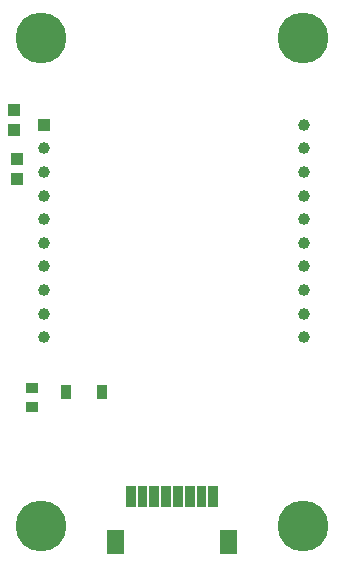
<source format=gbr>
%TF.GenerationSoftware,KiCad,Pcbnew,(6.0.11)*%
%TF.CreationDate,2023-03-01T16:43:23-07:00*%
%TF.ProjectId,Wirless-Module,5769726c-6573-4732-9d4d-6f64756c652e,rev?*%
%TF.SameCoordinates,Original*%
%TF.FileFunction,Soldermask,Top*%
%TF.FilePolarity,Negative*%
%FSLAX46Y46*%
G04 Gerber Fmt 4.6, Leading zero omitted, Abs format (unit mm)*
G04 Created by KiCad (PCBNEW (6.0.11)) date 2023-03-01 16:43:23*
%MOMM*%
%LPD*%
G01*
G04 APERTURE LIST*
%ADD10C,0.010000*%
%ADD11C,1.008000*%
%ADD12R,1.008000X1.008000*%
%ADD13R,1.020000X0.940000*%
%ADD14C,4.300000*%
%ADD15R,0.965200X1.295400*%
%ADD16R,1.000000X1.100000*%
G04 APERTURE END LIST*
%TO.C,P1*%
G36*
X183086200Y-118466200D02*
G01*
X181733800Y-118466200D01*
X181733800Y-116513800D01*
X183086200Y-116513800D01*
X183086200Y-118466200D01*
G37*
D10*
X183086200Y-118466200D02*
X181733800Y-118466200D01*
X181733800Y-116513800D01*
X183086200Y-116513800D01*
X183086200Y-118466200D01*
G36*
X179486200Y-114416200D02*
G01*
X178733800Y-114416200D01*
X178733800Y-112763800D01*
X179486200Y-112763800D01*
X179486200Y-114416200D01*
G37*
X179486200Y-114416200D02*
X178733800Y-114416200D01*
X178733800Y-112763800D01*
X179486200Y-112763800D01*
X179486200Y-114416200D01*
G36*
X181486200Y-114416200D02*
G01*
X180733800Y-114416200D01*
X180733800Y-112763800D01*
X181486200Y-112763800D01*
X181486200Y-114416200D01*
G37*
X181486200Y-114416200D02*
X180733800Y-114416200D01*
X180733800Y-112763800D01*
X181486200Y-112763800D01*
X181486200Y-114416200D01*
G36*
X177486200Y-114416200D02*
G01*
X176733800Y-114416200D01*
X176733800Y-112763800D01*
X177486200Y-112763800D01*
X177486200Y-114416200D01*
G37*
X177486200Y-114416200D02*
X176733800Y-114416200D01*
X176733800Y-112763800D01*
X177486200Y-112763800D01*
X177486200Y-114416200D01*
G36*
X180486200Y-114416200D02*
G01*
X179733800Y-114416200D01*
X179733800Y-112763800D01*
X180486200Y-112763800D01*
X180486200Y-114416200D01*
G37*
X180486200Y-114416200D02*
X179733800Y-114416200D01*
X179733800Y-112763800D01*
X180486200Y-112763800D01*
X180486200Y-114416200D01*
G36*
X174486200Y-114416200D02*
G01*
X173733800Y-114416200D01*
X173733800Y-112763800D01*
X174486200Y-112763800D01*
X174486200Y-114416200D01*
G37*
X174486200Y-114416200D02*
X173733800Y-114416200D01*
X173733800Y-112763800D01*
X174486200Y-112763800D01*
X174486200Y-114416200D01*
G36*
X178486200Y-114416200D02*
G01*
X177733800Y-114416200D01*
X177733800Y-112763800D01*
X178486200Y-112763800D01*
X178486200Y-114416200D01*
G37*
X178486200Y-114416200D02*
X177733800Y-114416200D01*
X177733800Y-112763800D01*
X178486200Y-112763800D01*
X178486200Y-114416200D01*
G36*
X175486200Y-114416200D02*
G01*
X174733800Y-114416200D01*
X174733800Y-112763800D01*
X175486200Y-112763800D01*
X175486200Y-114416200D01*
G37*
X175486200Y-114416200D02*
X174733800Y-114416200D01*
X174733800Y-112763800D01*
X175486200Y-112763800D01*
X175486200Y-114416200D01*
G36*
X176486200Y-114416200D02*
G01*
X175733800Y-114416200D01*
X175733800Y-112763800D01*
X176486200Y-112763800D01*
X176486200Y-114416200D01*
G37*
X176486200Y-114416200D02*
X175733800Y-114416200D01*
X175733800Y-112763800D01*
X176486200Y-112763800D01*
X176486200Y-114416200D01*
G36*
X173486200Y-118466200D02*
G01*
X172133800Y-118466200D01*
X172133800Y-116513800D01*
X173486200Y-116513800D01*
X173486200Y-118466200D01*
G37*
X173486200Y-118466200D02*
X172133800Y-118466200D01*
X172133800Y-116513800D01*
X173486200Y-116513800D01*
X173486200Y-118466200D01*
%TD*%
D11*
%TO.C,U1*%
X188839000Y-82171500D03*
X188839000Y-84171500D03*
X188839000Y-86171500D03*
X188839000Y-88171500D03*
X188839000Y-90171500D03*
X188839000Y-92171500D03*
X188839000Y-94171500D03*
X188839000Y-96171500D03*
X188839000Y-98171500D03*
X188839000Y-100171500D03*
X166839000Y-100171500D03*
X166839000Y-98171500D03*
X166839000Y-96171500D03*
X166839000Y-94171500D03*
X166839000Y-92171500D03*
X166839000Y-90171500D03*
X166839000Y-88171500D03*
X166839000Y-86171500D03*
X166839000Y-84171500D03*
D12*
X166839000Y-82171500D03*
%TD*%
D13*
%TO.C,R1*%
X165820000Y-106040000D03*
X165820000Y-104460000D03*
%TD*%
D14*
%TO.C,H4*%
X166560500Y-116141500D03*
%TD*%
%TO.C,H3*%
X188785500Y-74866500D03*
%TD*%
%TO.C,H2*%
X188785500Y-116141500D03*
%TD*%
%TO.C,H1*%
X166560500Y-74866500D03*
%TD*%
D15*
%TO.C,D1*%
X168636000Y-104820000D03*
X171684000Y-104820000D03*
%TD*%
D16*
%TO.C,C2*%
X164270000Y-82610000D03*
X164270000Y-80910000D03*
%TD*%
%TO.C,C1*%
X164520000Y-85070000D03*
X164520000Y-86770000D03*
%TD*%
M02*

</source>
